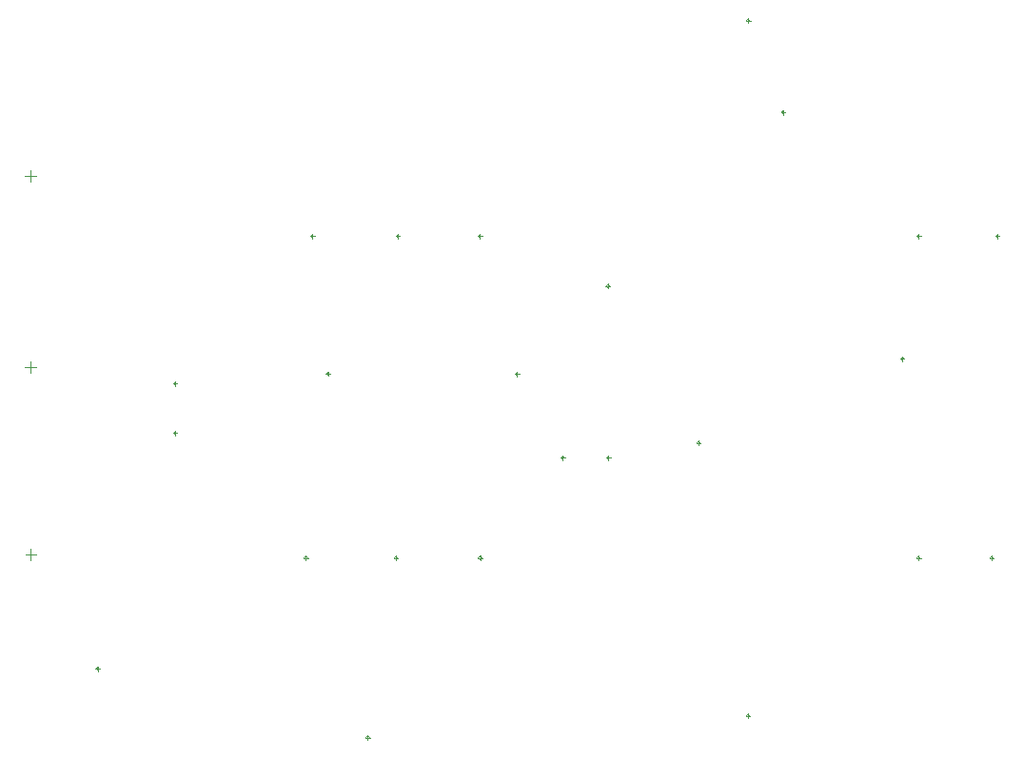
<source format=gbr>
G04*
G04 #@! TF.GenerationSoftware,Altium Limited,Altium Designer,24.1.2 (44)*
G04*
G04 Layer_Color=16777215*
%FSLAX44Y44*%
%MOMM*%
G71*
G04*
G04 #@! TF.SameCoordinates,C4B2C0E0-4E9B-487C-9046-04FF2B3DFFC7*
G04*
G04*
G04 #@! TF.FilePolarity,Positive*
G04*
G01*
G75*
%ADD13C,0.1000*%
%ADD70C,0.0254*%
D13*
X250250Y232750D02*
X260250D01*
X255250Y227750D02*
Y237750D01*
X250000Y570000D02*
X260000D01*
X255000Y565000D02*
Y575000D01*
X250000Y400000D02*
X260000D01*
X255000Y395000D02*
Y405000D01*
D70*
X894635Y89475D02*
G03*
X894635Y89475I-1410J0D01*
G01*
X316160Y131000D02*
G03*
X316160Y131000I-1410J0D01*
G01*
X384910Y341000D02*
G03*
X384910Y341000I-1410J0D01*
G01*
Y385000D02*
G03*
X384910Y385000I-1410J0D01*
G01*
X894910Y708275D02*
G03*
X894910Y708275I-1410J0D01*
G01*
X729910Y319000D02*
G03*
X729910Y319000I-1410J0D01*
G01*
X521160Y393750D02*
G03*
X521160Y393750I-1410J0D01*
G01*
X770410Y319000D02*
G03*
X770410Y319000I-1410J0D01*
G01*
X556410Y70000D02*
G03*
X556410Y70000I-1410J0D01*
G01*
X1031910Y407250D02*
G03*
X1031910Y407250I-1410J0D01*
G01*
X656155Y516249D02*
G03*
X656155Y516249I-1410J0D01*
G01*
X583160Y516250D02*
G03*
X583160Y516250I-1410J0D01*
G01*
X507155Y516249D02*
G03*
X507155Y516249I-1410J0D01*
G01*
X656410Y230000D02*
G03*
X656410Y230000I-1410J0D01*
G01*
X581410D02*
G03*
X581410Y230000I-1410J0D01*
G01*
X501410D02*
G03*
X501410Y230000I-1410J0D01*
G01*
X1116410Y516250D02*
G03*
X1116410Y516250I-1410J0D01*
G01*
X1046410D02*
G03*
X1046410Y516250I-1410J0D01*
G01*
Y230000D02*
G03*
X1046410Y230000I-1410J0D01*
G01*
X1111410D02*
G03*
X1111410Y230000I-1410J0D01*
G01*
X689160Y393500D02*
G03*
X689160Y393500I-1410J0D01*
G01*
X769910Y472000D02*
G03*
X769910Y472000I-1410J0D01*
G01*
X925910Y626500D02*
G03*
X925910Y626500I-1410J0D01*
G01*
X850660Y332250D02*
G03*
X850660Y332250I-1410J0D01*
G01*
X891225Y89475D02*
X895225D01*
X893225Y87475D02*
Y91475D01*
Y87475D02*
Y91475D01*
X891225Y89475D02*
X895225D01*
X312750Y131000D02*
X316750D01*
X314750Y129000D02*
Y133000D01*
Y129000D02*
Y133000D01*
X312750Y131000D02*
X316750D01*
X381500Y341000D02*
X385500D01*
X383500Y339000D02*
Y343000D01*
Y339000D02*
Y343000D01*
X381500Y341000D02*
X385500D01*
X381500Y385000D02*
X385500D01*
X383500Y383000D02*
Y387000D01*
Y383000D02*
Y387000D01*
X381500Y385000D02*
X385500D01*
X893500Y706275D02*
Y710275D01*
X891500Y708275D02*
X895500D01*
X891500D02*
X895500D01*
X893500Y706275D02*
Y710275D01*
X726500Y319000D02*
X730500D01*
X728500Y317000D02*
Y321000D01*
Y317000D02*
Y321000D01*
X726500Y319000D02*
X730500D01*
X519750Y391750D02*
Y395750D01*
X517750Y393750D02*
X521750D01*
X769000Y317000D02*
Y321000D01*
X767000Y319000D02*
X771000D01*
X767000D02*
X771000D01*
X769000Y317000D02*
Y321000D01*
X555000Y68000D02*
Y72000D01*
X553000Y70000D02*
X557000D01*
X553000D02*
X557000D01*
X555000Y68000D02*
Y72000D01*
X1028500Y407250D02*
X1032500D01*
X1030500Y405250D02*
Y409250D01*
X654745Y514249D02*
Y518249D01*
X652745Y516249D02*
X656745D01*
X652745D02*
X656745D01*
X654745Y514249D02*
Y518249D01*
X581750Y514250D02*
Y518250D01*
X579750Y516250D02*
X583750D01*
X579750D02*
X583750D01*
X581750Y514250D02*
Y518250D01*
X505745Y514249D02*
Y518249D01*
X503745Y516249D02*
X507745D01*
X503745D02*
X507745D01*
X505745Y514249D02*
Y518249D01*
X655000Y228000D02*
Y232000D01*
X653000Y230000D02*
X657000D01*
X653000D02*
X657000D01*
X655000Y228000D02*
Y232000D01*
X580000Y228000D02*
Y232000D01*
X578000Y230000D02*
X582000D01*
X578000D02*
X582000D01*
X580000Y228000D02*
Y232000D01*
X500000Y228000D02*
Y232000D01*
X498000Y230000D02*
X502000D01*
X498000D02*
X502000D01*
X500000Y228000D02*
Y232000D01*
X1115000Y514250D02*
Y518250D01*
X1113000Y516250D02*
X1117000D01*
X1113000D02*
X1117000D01*
X1115000Y514250D02*
Y518250D01*
X1045000Y514250D02*
Y518250D01*
X1043000Y516250D02*
X1047000D01*
X1043000D02*
X1047000D01*
X1045000Y514250D02*
Y518250D01*
Y228000D02*
Y232000D01*
X1043000Y230000D02*
X1047000D01*
X1043000D02*
X1047000D01*
X1045000Y228000D02*
Y232000D01*
X1108000Y230000D02*
X1112000D01*
X1110000Y228000D02*
Y232000D01*
Y228000D02*
Y232000D01*
X1108000Y230000D02*
X1112000D01*
X685750Y393500D02*
X689750D01*
X687750Y391500D02*
Y395500D01*
Y391500D02*
Y395500D01*
X685750Y393500D02*
X689750D01*
X768500Y470000D02*
Y474000D01*
X766500Y472000D02*
X770500D01*
X766500D02*
X770500D01*
X768500Y470000D02*
Y474000D01*
X922500Y626500D02*
X926500D01*
X924500Y624500D02*
Y628500D01*
Y624500D02*
Y628500D01*
X922500Y626500D02*
X926500D01*
X849250Y330250D02*
Y334250D01*
X847250Y332250D02*
X851250D01*
X847250D02*
X851250D01*
X849250Y330250D02*
Y334250D01*
M02*

</source>
